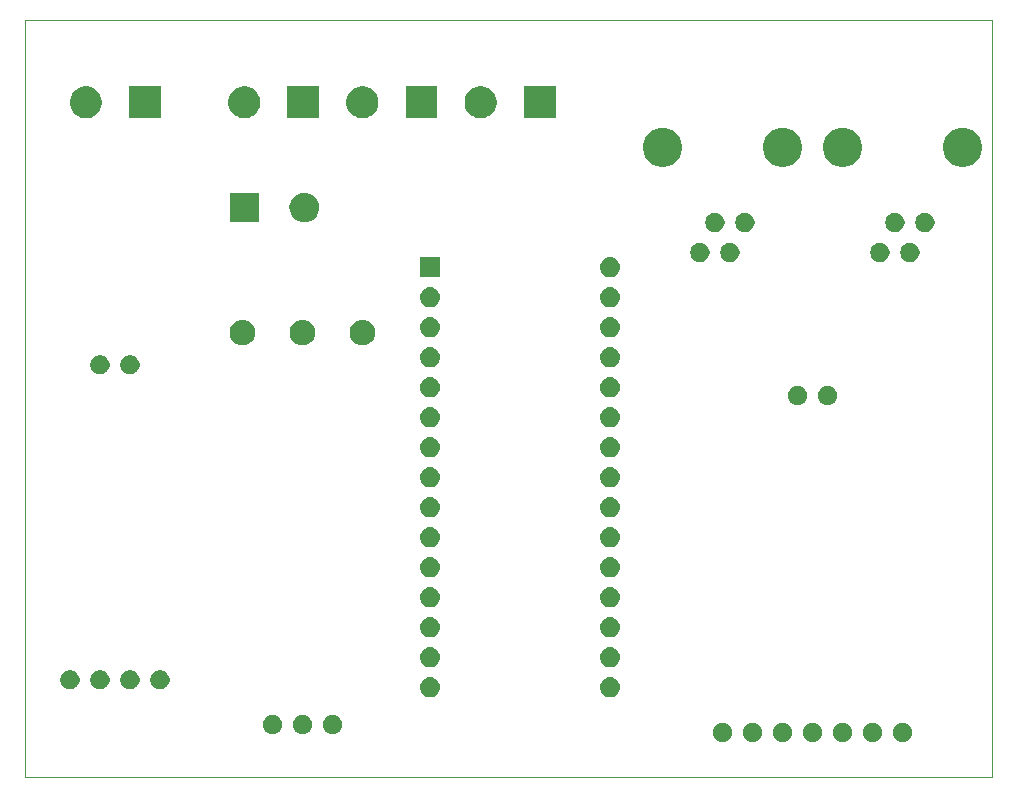
<source format=gts>
G04 #@! TF.GenerationSoftware,KiCad,Pcbnew,5.1.0-060a0da~80~ubuntu18.04.1*
G04 #@! TF.CreationDate,2019-04-09T01:33:59+03:00*
G04 #@! TF.ProjectId,Borjomi,426f726a-6f6d-4692-9e6b-696361645f70,w01*
G04 #@! TF.SameCoordinates,Original*
G04 #@! TF.FileFunction,Soldermask,Top*
G04 #@! TF.FilePolarity,Negative*
%FSLAX46Y46*%
G04 Gerber Fmt 4.6, Leading zero omitted, Abs format (unit mm)*
G04 Created by KiCad (PCBNEW 5.1.0-060a0da~80~ubuntu18.04.1) date 2019-04-09 01:33:59*
%MOMM*%
%LPD*%
G04 APERTURE LIST*
%ADD10C,0.120000*%
%ADD11C,0.150000*%
G04 APERTURE END LIST*
D10*
X48895000Y-99060000D02*
X48895000Y-34925000D01*
X130810000Y-99060000D02*
X48895000Y-99060000D01*
X130810000Y-34925000D02*
X130810000Y-99060000D01*
X48895000Y-34925000D02*
X130810000Y-34925000D01*
D11*
G36*
X108187142Y-94468242D02*
G01*
X108335101Y-94529529D01*
X108468255Y-94618499D01*
X108581501Y-94731745D01*
X108670471Y-94864899D01*
X108731758Y-95012858D01*
X108763000Y-95169925D01*
X108763000Y-95330075D01*
X108731758Y-95487142D01*
X108670471Y-95635101D01*
X108581501Y-95768255D01*
X108468255Y-95881501D01*
X108335101Y-95970471D01*
X108187142Y-96031758D01*
X108030075Y-96063000D01*
X107869925Y-96063000D01*
X107712858Y-96031758D01*
X107564899Y-95970471D01*
X107431745Y-95881501D01*
X107318499Y-95768255D01*
X107229529Y-95635101D01*
X107168242Y-95487142D01*
X107137000Y-95330075D01*
X107137000Y-95169925D01*
X107168242Y-95012858D01*
X107229529Y-94864899D01*
X107318499Y-94731745D01*
X107431745Y-94618499D01*
X107564899Y-94529529D01*
X107712858Y-94468242D01*
X107869925Y-94437000D01*
X108030075Y-94437000D01*
X108187142Y-94468242D01*
X108187142Y-94468242D01*
G37*
G36*
X120887142Y-94468242D02*
G01*
X121035101Y-94529529D01*
X121168255Y-94618499D01*
X121281501Y-94731745D01*
X121370471Y-94864899D01*
X121431758Y-95012858D01*
X121463000Y-95169925D01*
X121463000Y-95330075D01*
X121431758Y-95487142D01*
X121370471Y-95635101D01*
X121281501Y-95768255D01*
X121168255Y-95881501D01*
X121035101Y-95970471D01*
X120887142Y-96031758D01*
X120730075Y-96063000D01*
X120569925Y-96063000D01*
X120412858Y-96031758D01*
X120264899Y-95970471D01*
X120131745Y-95881501D01*
X120018499Y-95768255D01*
X119929529Y-95635101D01*
X119868242Y-95487142D01*
X119837000Y-95330075D01*
X119837000Y-95169925D01*
X119868242Y-95012858D01*
X119929529Y-94864899D01*
X120018499Y-94731745D01*
X120131745Y-94618499D01*
X120264899Y-94529529D01*
X120412858Y-94468242D01*
X120569925Y-94437000D01*
X120730075Y-94437000D01*
X120887142Y-94468242D01*
X120887142Y-94468242D01*
G37*
G36*
X118347142Y-94468242D02*
G01*
X118495101Y-94529529D01*
X118628255Y-94618499D01*
X118741501Y-94731745D01*
X118830471Y-94864899D01*
X118891758Y-95012858D01*
X118923000Y-95169925D01*
X118923000Y-95330075D01*
X118891758Y-95487142D01*
X118830471Y-95635101D01*
X118741501Y-95768255D01*
X118628255Y-95881501D01*
X118495101Y-95970471D01*
X118347142Y-96031758D01*
X118190075Y-96063000D01*
X118029925Y-96063000D01*
X117872858Y-96031758D01*
X117724899Y-95970471D01*
X117591745Y-95881501D01*
X117478499Y-95768255D01*
X117389529Y-95635101D01*
X117328242Y-95487142D01*
X117297000Y-95330075D01*
X117297000Y-95169925D01*
X117328242Y-95012858D01*
X117389529Y-94864899D01*
X117478499Y-94731745D01*
X117591745Y-94618499D01*
X117724899Y-94529529D01*
X117872858Y-94468242D01*
X118029925Y-94437000D01*
X118190075Y-94437000D01*
X118347142Y-94468242D01*
X118347142Y-94468242D01*
G37*
G36*
X123427142Y-94468242D02*
G01*
X123575101Y-94529529D01*
X123708255Y-94618499D01*
X123821501Y-94731745D01*
X123910471Y-94864899D01*
X123971758Y-95012858D01*
X124003000Y-95169925D01*
X124003000Y-95330075D01*
X123971758Y-95487142D01*
X123910471Y-95635101D01*
X123821501Y-95768255D01*
X123708255Y-95881501D01*
X123575101Y-95970471D01*
X123427142Y-96031758D01*
X123270075Y-96063000D01*
X123109925Y-96063000D01*
X122952858Y-96031758D01*
X122804899Y-95970471D01*
X122671745Y-95881501D01*
X122558499Y-95768255D01*
X122469529Y-95635101D01*
X122408242Y-95487142D01*
X122377000Y-95330075D01*
X122377000Y-95169925D01*
X122408242Y-95012858D01*
X122469529Y-94864899D01*
X122558499Y-94731745D01*
X122671745Y-94618499D01*
X122804899Y-94529529D01*
X122952858Y-94468242D01*
X123109925Y-94437000D01*
X123270075Y-94437000D01*
X123427142Y-94468242D01*
X123427142Y-94468242D01*
G37*
G36*
X113267142Y-94468242D02*
G01*
X113415101Y-94529529D01*
X113548255Y-94618499D01*
X113661501Y-94731745D01*
X113750471Y-94864899D01*
X113811758Y-95012858D01*
X113843000Y-95169925D01*
X113843000Y-95330075D01*
X113811758Y-95487142D01*
X113750471Y-95635101D01*
X113661501Y-95768255D01*
X113548255Y-95881501D01*
X113415101Y-95970471D01*
X113267142Y-96031758D01*
X113110075Y-96063000D01*
X112949925Y-96063000D01*
X112792858Y-96031758D01*
X112644899Y-95970471D01*
X112511745Y-95881501D01*
X112398499Y-95768255D01*
X112309529Y-95635101D01*
X112248242Y-95487142D01*
X112217000Y-95330075D01*
X112217000Y-95169925D01*
X112248242Y-95012858D01*
X112309529Y-94864899D01*
X112398499Y-94731745D01*
X112511745Y-94618499D01*
X112644899Y-94529529D01*
X112792858Y-94468242D01*
X112949925Y-94437000D01*
X113110075Y-94437000D01*
X113267142Y-94468242D01*
X113267142Y-94468242D01*
G37*
G36*
X115807142Y-94468242D02*
G01*
X115955101Y-94529529D01*
X116088255Y-94618499D01*
X116201501Y-94731745D01*
X116290471Y-94864899D01*
X116351758Y-95012858D01*
X116383000Y-95169925D01*
X116383000Y-95330075D01*
X116351758Y-95487142D01*
X116290471Y-95635101D01*
X116201501Y-95768255D01*
X116088255Y-95881501D01*
X115955101Y-95970471D01*
X115807142Y-96031758D01*
X115650075Y-96063000D01*
X115489925Y-96063000D01*
X115332858Y-96031758D01*
X115184899Y-95970471D01*
X115051745Y-95881501D01*
X114938499Y-95768255D01*
X114849529Y-95635101D01*
X114788242Y-95487142D01*
X114757000Y-95330075D01*
X114757000Y-95169925D01*
X114788242Y-95012858D01*
X114849529Y-94864899D01*
X114938499Y-94731745D01*
X115051745Y-94618499D01*
X115184899Y-94529529D01*
X115332858Y-94468242D01*
X115489925Y-94437000D01*
X115650075Y-94437000D01*
X115807142Y-94468242D01*
X115807142Y-94468242D01*
G37*
G36*
X110727142Y-94468242D02*
G01*
X110875101Y-94529529D01*
X111008255Y-94618499D01*
X111121501Y-94731745D01*
X111210471Y-94864899D01*
X111271758Y-95012858D01*
X111303000Y-95169925D01*
X111303000Y-95330075D01*
X111271758Y-95487142D01*
X111210471Y-95635101D01*
X111121501Y-95768255D01*
X111008255Y-95881501D01*
X110875101Y-95970471D01*
X110727142Y-96031758D01*
X110570075Y-96063000D01*
X110409925Y-96063000D01*
X110252858Y-96031758D01*
X110104899Y-95970471D01*
X109971745Y-95881501D01*
X109858499Y-95768255D01*
X109769529Y-95635101D01*
X109708242Y-95487142D01*
X109677000Y-95330075D01*
X109677000Y-95169925D01*
X109708242Y-95012858D01*
X109769529Y-94864899D01*
X109858499Y-94731745D01*
X109971745Y-94618499D01*
X110104899Y-94529529D01*
X110252858Y-94468242D01*
X110409925Y-94437000D01*
X110570075Y-94437000D01*
X110727142Y-94468242D01*
X110727142Y-94468242D01*
G37*
G36*
X75167142Y-93818242D02*
G01*
X75315101Y-93879529D01*
X75448255Y-93968499D01*
X75561501Y-94081745D01*
X75650471Y-94214899D01*
X75711758Y-94362858D01*
X75743000Y-94519925D01*
X75743000Y-94680075D01*
X75711758Y-94837142D01*
X75650471Y-94985101D01*
X75561501Y-95118255D01*
X75448255Y-95231501D01*
X75315101Y-95320471D01*
X75167142Y-95381758D01*
X75010075Y-95413000D01*
X74849925Y-95413000D01*
X74692858Y-95381758D01*
X74544899Y-95320471D01*
X74411745Y-95231501D01*
X74298499Y-95118255D01*
X74209529Y-94985101D01*
X74148242Y-94837142D01*
X74117000Y-94680075D01*
X74117000Y-94519925D01*
X74148242Y-94362858D01*
X74209529Y-94214899D01*
X74298499Y-94081745D01*
X74411745Y-93968499D01*
X74544899Y-93879529D01*
X74692858Y-93818242D01*
X74849925Y-93787000D01*
X75010075Y-93787000D01*
X75167142Y-93818242D01*
X75167142Y-93818242D01*
G37*
G36*
X72627142Y-93818242D02*
G01*
X72775101Y-93879529D01*
X72908255Y-93968499D01*
X73021501Y-94081745D01*
X73110471Y-94214899D01*
X73171758Y-94362858D01*
X73203000Y-94519925D01*
X73203000Y-94680075D01*
X73171758Y-94837142D01*
X73110471Y-94985101D01*
X73021501Y-95118255D01*
X72908255Y-95231501D01*
X72775101Y-95320471D01*
X72627142Y-95381758D01*
X72470075Y-95413000D01*
X72309925Y-95413000D01*
X72152858Y-95381758D01*
X72004899Y-95320471D01*
X71871745Y-95231501D01*
X71758499Y-95118255D01*
X71669529Y-94985101D01*
X71608242Y-94837142D01*
X71577000Y-94680075D01*
X71577000Y-94519925D01*
X71608242Y-94362858D01*
X71669529Y-94214899D01*
X71758499Y-94081745D01*
X71871745Y-93968499D01*
X72004899Y-93879529D01*
X72152858Y-93818242D01*
X72309925Y-93787000D01*
X72470075Y-93787000D01*
X72627142Y-93818242D01*
X72627142Y-93818242D01*
G37*
G36*
X70087142Y-93818242D02*
G01*
X70235101Y-93879529D01*
X70368255Y-93968499D01*
X70481501Y-94081745D01*
X70570471Y-94214899D01*
X70631758Y-94362858D01*
X70663000Y-94519925D01*
X70663000Y-94680075D01*
X70631758Y-94837142D01*
X70570471Y-94985101D01*
X70481501Y-95118255D01*
X70368255Y-95231501D01*
X70235101Y-95320471D01*
X70087142Y-95381758D01*
X69930075Y-95413000D01*
X69769925Y-95413000D01*
X69612858Y-95381758D01*
X69464899Y-95320471D01*
X69331745Y-95231501D01*
X69218499Y-95118255D01*
X69129529Y-94985101D01*
X69068242Y-94837142D01*
X69037000Y-94680075D01*
X69037000Y-94519925D01*
X69068242Y-94362858D01*
X69129529Y-94214899D01*
X69218499Y-94081745D01*
X69331745Y-93968499D01*
X69464899Y-93879529D01*
X69612858Y-93818242D01*
X69769925Y-93787000D01*
X69930075Y-93787000D01*
X70087142Y-93818242D01*
X70087142Y-93818242D01*
G37*
G36*
X83351823Y-90601313D02*
G01*
X83512242Y-90649976D01*
X83644906Y-90720886D01*
X83660078Y-90728996D01*
X83789659Y-90835341D01*
X83896004Y-90964922D01*
X83896005Y-90964924D01*
X83975024Y-91112758D01*
X84023687Y-91273177D01*
X84040117Y-91440000D01*
X84023687Y-91606823D01*
X83975024Y-91767242D01*
X83904114Y-91899906D01*
X83896004Y-91915078D01*
X83789659Y-92044659D01*
X83660078Y-92151004D01*
X83660076Y-92151005D01*
X83512242Y-92230024D01*
X83351823Y-92278687D01*
X83226804Y-92291000D01*
X83143196Y-92291000D01*
X83018177Y-92278687D01*
X82857758Y-92230024D01*
X82709924Y-92151005D01*
X82709922Y-92151004D01*
X82580341Y-92044659D01*
X82473996Y-91915078D01*
X82465886Y-91899906D01*
X82394976Y-91767242D01*
X82346313Y-91606823D01*
X82329883Y-91440000D01*
X82346313Y-91273177D01*
X82394976Y-91112758D01*
X82473995Y-90964924D01*
X82473996Y-90964922D01*
X82580341Y-90835341D01*
X82709922Y-90728996D01*
X82725094Y-90720886D01*
X82857758Y-90649976D01*
X83018177Y-90601313D01*
X83143196Y-90589000D01*
X83226804Y-90589000D01*
X83351823Y-90601313D01*
X83351823Y-90601313D01*
G37*
G36*
X98591823Y-90601313D02*
G01*
X98752242Y-90649976D01*
X98884906Y-90720886D01*
X98900078Y-90728996D01*
X99029659Y-90835341D01*
X99136004Y-90964922D01*
X99136005Y-90964924D01*
X99215024Y-91112758D01*
X99263687Y-91273177D01*
X99280117Y-91440000D01*
X99263687Y-91606823D01*
X99215024Y-91767242D01*
X99144114Y-91899906D01*
X99136004Y-91915078D01*
X99029659Y-92044659D01*
X98900078Y-92151004D01*
X98900076Y-92151005D01*
X98752242Y-92230024D01*
X98591823Y-92278687D01*
X98466804Y-92291000D01*
X98383196Y-92291000D01*
X98258177Y-92278687D01*
X98097758Y-92230024D01*
X97949924Y-92151005D01*
X97949922Y-92151004D01*
X97820341Y-92044659D01*
X97713996Y-91915078D01*
X97705886Y-91899906D01*
X97634976Y-91767242D01*
X97586313Y-91606823D01*
X97569883Y-91440000D01*
X97586313Y-91273177D01*
X97634976Y-91112758D01*
X97713995Y-90964924D01*
X97713996Y-90964922D01*
X97820341Y-90835341D01*
X97949922Y-90728996D01*
X97965094Y-90720886D01*
X98097758Y-90649976D01*
X98258177Y-90601313D01*
X98383196Y-90589000D01*
X98466804Y-90589000D01*
X98591823Y-90601313D01*
X98591823Y-90601313D01*
G37*
G36*
X60562142Y-90023242D02*
G01*
X60710101Y-90084529D01*
X60843255Y-90173499D01*
X60956501Y-90286745D01*
X61045471Y-90419899D01*
X61106758Y-90567858D01*
X61138000Y-90724925D01*
X61138000Y-90885075D01*
X61106758Y-91042142D01*
X61045471Y-91190101D01*
X60956501Y-91323255D01*
X60843255Y-91436501D01*
X60710101Y-91525471D01*
X60562142Y-91586758D01*
X60405075Y-91618000D01*
X60244925Y-91618000D01*
X60087858Y-91586758D01*
X59939899Y-91525471D01*
X59806745Y-91436501D01*
X59693499Y-91323255D01*
X59604529Y-91190101D01*
X59543242Y-91042142D01*
X59512000Y-90885075D01*
X59512000Y-90724925D01*
X59543242Y-90567858D01*
X59604529Y-90419899D01*
X59693499Y-90286745D01*
X59806745Y-90173499D01*
X59939899Y-90084529D01*
X60087858Y-90023242D01*
X60244925Y-89992000D01*
X60405075Y-89992000D01*
X60562142Y-90023242D01*
X60562142Y-90023242D01*
G37*
G36*
X58022142Y-90023242D02*
G01*
X58170101Y-90084529D01*
X58303255Y-90173499D01*
X58416501Y-90286745D01*
X58505471Y-90419899D01*
X58566758Y-90567858D01*
X58598000Y-90724925D01*
X58598000Y-90885075D01*
X58566758Y-91042142D01*
X58505471Y-91190101D01*
X58416501Y-91323255D01*
X58303255Y-91436501D01*
X58170101Y-91525471D01*
X58022142Y-91586758D01*
X57865075Y-91618000D01*
X57704925Y-91618000D01*
X57547858Y-91586758D01*
X57399899Y-91525471D01*
X57266745Y-91436501D01*
X57153499Y-91323255D01*
X57064529Y-91190101D01*
X57003242Y-91042142D01*
X56972000Y-90885075D01*
X56972000Y-90724925D01*
X57003242Y-90567858D01*
X57064529Y-90419899D01*
X57153499Y-90286745D01*
X57266745Y-90173499D01*
X57399899Y-90084529D01*
X57547858Y-90023242D01*
X57704925Y-89992000D01*
X57865075Y-89992000D01*
X58022142Y-90023242D01*
X58022142Y-90023242D01*
G37*
G36*
X55482142Y-90023242D02*
G01*
X55630101Y-90084529D01*
X55763255Y-90173499D01*
X55876501Y-90286745D01*
X55965471Y-90419899D01*
X56026758Y-90567858D01*
X56058000Y-90724925D01*
X56058000Y-90885075D01*
X56026758Y-91042142D01*
X55965471Y-91190101D01*
X55876501Y-91323255D01*
X55763255Y-91436501D01*
X55630101Y-91525471D01*
X55482142Y-91586758D01*
X55325075Y-91618000D01*
X55164925Y-91618000D01*
X55007858Y-91586758D01*
X54859899Y-91525471D01*
X54726745Y-91436501D01*
X54613499Y-91323255D01*
X54524529Y-91190101D01*
X54463242Y-91042142D01*
X54432000Y-90885075D01*
X54432000Y-90724925D01*
X54463242Y-90567858D01*
X54524529Y-90419899D01*
X54613499Y-90286745D01*
X54726745Y-90173499D01*
X54859899Y-90084529D01*
X55007858Y-90023242D01*
X55164925Y-89992000D01*
X55325075Y-89992000D01*
X55482142Y-90023242D01*
X55482142Y-90023242D01*
G37*
G36*
X52942142Y-90023242D02*
G01*
X53090101Y-90084529D01*
X53223255Y-90173499D01*
X53336501Y-90286745D01*
X53425471Y-90419899D01*
X53486758Y-90567858D01*
X53518000Y-90724925D01*
X53518000Y-90885075D01*
X53486758Y-91042142D01*
X53425471Y-91190101D01*
X53336501Y-91323255D01*
X53223255Y-91436501D01*
X53090101Y-91525471D01*
X52942142Y-91586758D01*
X52785075Y-91618000D01*
X52624925Y-91618000D01*
X52467858Y-91586758D01*
X52319899Y-91525471D01*
X52186745Y-91436501D01*
X52073499Y-91323255D01*
X51984529Y-91190101D01*
X51923242Y-91042142D01*
X51892000Y-90885075D01*
X51892000Y-90724925D01*
X51923242Y-90567858D01*
X51984529Y-90419899D01*
X52073499Y-90286745D01*
X52186745Y-90173499D01*
X52319899Y-90084529D01*
X52467858Y-90023242D01*
X52624925Y-89992000D01*
X52785075Y-89992000D01*
X52942142Y-90023242D01*
X52942142Y-90023242D01*
G37*
G36*
X98591823Y-88061313D02*
G01*
X98752242Y-88109976D01*
X98884906Y-88180886D01*
X98900078Y-88188996D01*
X99029659Y-88295341D01*
X99136004Y-88424922D01*
X99136005Y-88424924D01*
X99215024Y-88572758D01*
X99263687Y-88733177D01*
X99280117Y-88900000D01*
X99263687Y-89066823D01*
X99215024Y-89227242D01*
X99144114Y-89359906D01*
X99136004Y-89375078D01*
X99029659Y-89504659D01*
X98900078Y-89611004D01*
X98900076Y-89611005D01*
X98752242Y-89690024D01*
X98591823Y-89738687D01*
X98466804Y-89751000D01*
X98383196Y-89751000D01*
X98258177Y-89738687D01*
X98097758Y-89690024D01*
X97949924Y-89611005D01*
X97949922Y-89611004D01*
X97820341Y-89504659D01*
X97713996Y-89375078D01*
X97705886Y-89359906D01*
X97634976Y-89227242D01*
X97586313Y-89066823D01*
X97569883Y-88900000D01*
X97586313Y-88733177D01*
X97634976Y-88572758D01*
X97713995Y-88424924D01*
X97713996Y-88424922D01*
X97820341Y-88295341D01*
X97949922Y-88188996D01*
X97965094Y-88180886D01*
X98097758Y-88109976D01*
X98258177Y-88061313D01*
X98383196Y-88049000D01*
X98466804Y-88049000D01*
X98591823Y-88061313D01*
X98591823Y-88061313D01*
G37*
G36*
X83351823Y-88061313D02*
G01*
X83512242Y-88109976D01*
X83644906Y-88180886D01*
X83660078Y-88188996D01*
X83789659Y-88295341D01*
X83896004Y-88424922D01*
X83896005Y-88424924D01*
X83975024Y-88572758D01*
X84023687Y-88733177D01*
X84040117Y-88900000D01*
X84023687Y-89066823D01*
X83975024Y-89227242D01*
X83904114Y-89359906D01*
X83896004Y-89375078D01*
X83789659Y-89504659D01*
X83660078Y-89611004D01*
X83660076Y-89611005D01*
X83512242Y-89690024D01*
X83351823Y-89738687D01*
X83226804Y-89751000D01*
X83143196Y-89751000D01*
X83018177Y-89738687D01*
X82857758Y-89690024D01*
X82709924Y-89611005D01*
X82709922Y-89611004D01*
X82580341Y-89504659D01*
X82473996Y-89375078D01*
X82465886Y-89359906D01*
X82394976Y-89227242D01*
X82346313Y-89066823D01*
X82329883Y-88900000D01*
X82346313Y-88733177D01*
X82394976Y-88572758D01*
X82473995Y-88424924D01*
X82473996Y-88424922D01*
X82580341Y-88295341D01*
X82709922Y-88188996D01*
X82725094Y-88180886D01*
X82857758Y-88109976D01*
X83018177Y-88061313D01*
X83143196Y-88049000D01*
X83226804Y-88049000D01*
X83351823Y-88061313D01*
X83351823Y-88061313D01*
G37*
G36*
X98591823Y-85521313D02*
G01*
X98752242Y-85569976D01*
X98884906Y-85640886D01*
X98900078Y-85648996D01*
X99029659Y-85755341D01*
X99136004Y-85884922D01*
X99136005Y-85884924D01*
X99215024Y-86032758D01*
X99263687Y-86193177D01*
X99280117Y-86360000D01*
X99263687Y-86526823D01*
X99215024Y-86687242D01*
X99144114Y-86819906D01*
X99136004Y-86835078D01*
X99029659Y-86964659D01*
X98900078Y-87071004D01*
X98900076Y-87071005D01*
X98752242Y-87150024D01*
X98591823Y-87198687D01*
X98466804Y-87211000D01*
X98383196Y-87211000D01*
X98258177Y-87198687D01*
X98097758Y-87150024D01*
X97949924Y-87071005D01*
X97949922Y-87071004D01*
X97820341Y-86964659D01*
X97713996Y-86835078D01*
X97705886Y-86819906D01*
X97634976Y-86687242D01*
X97586313Y-86526823D01*
X97569883Y-86360000D01*
X97586313Y-86193177D01*
X97634976Y-86032758D01*
X97713995Y-85884924D01*
X97713996Y-85884922D01*
X97820341Y-85755341D01*
X97949922Y-85648996D01*
X97965094Y-85640886D01*
X98097758Y-85569976D01*
X98258177Y-85521313D01*
X98383196Y-85509000D01*
X98466804Y-85509000D01*
X98591823Y-85521313D01*
X98591823Y-85521313D01*
G37*
G36*
X83351823Y-85521313D02*
G01*
X83512242Y-85569976D01*
X83644906Y-85640886D01*
X83660078Y-85648996D01*
X83789659Y-85755341D01*
X83896004Y-85884922D01*
X83896005Y-85884924D01*
X83975024Y-86032758D01*
X84023687Y-86193177D01*
X84040117Y-86360000D01*
X84023687Y-86526823D01*
X83975024Y-86687242D01*
X83904114Y-86819906D01*
X83896004Y-86835078D01*
X83789659Y-86964659D01*
X83660078Y-87071004D01*
X83660076Y-87071005D01*
X83512242Y-87150024D01*
X83351823Y-87198687D01*
X83226804Y-87211000D01*
X83143196Y-87211000D01*
X83018177Y-87198687D01*
X82857758Y-87150024D01*
X82709924Y-87071005D01*
X82709922Y-87071004D01*
X82580341Y-86964659D01*
X82473996Y-86835078D01*
X82465886Y-86819906D01*
X82394976Y-86687242D01*
X82346313Y-86526823D01*
X82329883Y-86360000D01*
X82346313Y-86193177D01*
X82394976Y-86032758D01*
X82473995Y-85884924D01*
X82473996Y-85884922D01*
X82580341Y-85755341D01*
X82709922Y-85648996D01*
X82725094Y-85640886D01*
X82857758Y-85569976D01*
X83018177Y-85521313D01*
X83143196Y-85509000D01*
X83226804Y-85509000D01*
X83351823Y-85521313D01*
X83351823Y-85521313D01*
G37*
G36*
X98591823Y-82981313D02*
G01*
X98752242Y-83029976D01*
X98884906Y-83100886D01*
X98900078Y-83108996D01*
X99029659Y-83215341D01*
X99136004Y-83344922D01*
X99136005Y-83344924D01*
X99215024Y-83492758D01*
X99263687Y-83653177D01*
X99280117Y-83820000D01*
X99263687Y-83986823D01*
X99215024Y-84147242D01*
X99144114Y-84279906D01*
X99136004Y-84295078D01*
X99029659Y-84424659D01*
X98900078Y-84531004D01*
X98900076Y-84531005D01*
X98752242Y-84610024D01*
X98591823Y-84658687D01*
X98466804Y-84671000D01*
X98383196Y-84671000D01*
X98258177Y-84658687D01*
X98097758Y-84610024D01*
X97949924Y-84531005D01*
X97949922Y-84531004D01*
X97820341Y-84424659D01*
X97713996Y-84295078D01*
X97705886Y-84279906D01*
X97634976Y-84147242D01*
X97586313Y-83986823D01*
X97569883Y-83820000D01*
X97586313Y-83653177D01*
X97634976Y-83492758D01*
X97713995Y-83344924D01*
X97713996Y-83344922D01*
X97820341Y-83215341D01*
X97949922Y-83108996D01*
X97965094Y-83100886D01*
X98097758Y-83029976D01*
X98258177Y-82981313D01*
X98383196Y-82969000D01*
X98466804Y-82969000D01*
X98591823Y-82981313D01*
X98591823Y-82981313D01*
G37*
G36*
X83351823Y-82981313D02*
G01*
X83512242Y-83029976D01*
X83644906Y-83100886D01*
X83660078Y-83108996D01*
X83789659Y-83215341D01*
X83896004Y-83344922D01*
X83896005Y-83344924D01*
X83975024Y-83492758D01*
X84023687Y-83653177D01*
X84040117Y-83820000D01*
X84023687Y-83986823D01*
X83975024Y-84147242D01*
X83904114Y-84279906D01*
X83896004Y-84295078D01*
X83789659Y-84424659D01*
X83660078Y-84531004D01*
X83660076Y-84531005D01*
X83512242Y-84610024D01*
X83351823Y-84658687D01*
X83226804Y-84671000D01*
X83143196Y-84671000D01*
X83018177Y-84658687D01*
X82857758Y-84610024D01*
X82709924Y-84531005D01*
X82709922Y-84531004D01*
X82580341Y-84424659D01*
X82473996Y-84295078D01*
X82465886Y-84279906D01*
X82394976Y-84147242D01*
X82346313Y-83986823D01*
X82329883Y-83820000D01*
X82346313Y-83653177D01*
X82394976Y-83492758D01*
X82473995Y-83344924D01*
X82473996Y-83344922D01*
X82580341Y-83215341D01*
X82709922Y-83108996D01*
X82725094Y-83100886D01*
X82857758Y-83029976D01*
X83018177Y-82981313D01*
X83143196Y-82969000D01*
X83226804Y-82969000D01*
X83351823Y-82981313D01*
X83351823Y-82981313D01*
G37*
G36*
X83351823Y-80441313D02*
G01*
X83512242Y-80489976D01*
X83644906Y-80560886D01*
X83660078Y-80568996D01*
X83789659Y-80675341D01*
X83896004Y-80804922D01*
X83896005Y-80804924D01*
X83975024Y-80952758D01*
X84023687Y-81113177D01*
X84040117Y-81280000D01*
X84023687Y-81446823D01*
X83975024Y-81607242D01*
X83904114Y-81739906D01*
X83896004Y-81755078D01*
X83789659Y-81884659D01*
X83660078Y-81991004D01*
X83660076Y-81991005D01*
X83512242Y-82070024D01*
X83351823Y-82118687D01*
X83226804Y-82131000D01*
X83143196Y-82131000D01*
X83018177Y-82118687D01*
X82857758Y-82070024D01*
X82709924Y-81991005D01*
X82709922Y-81991004D01*
X82580341Y-81884659D01*
X82473996Y-81755078D01*
X82465886Y-81739906D01*
X82394976Y-81607242D01*
X82346313Y-81446823D01*
X82329883Y-81280000D01*
X82346313Y-81113177D01*
X82394976Y-80952758D01*
X82473995Y-80804924D01*
X82473996Y-80804922D01*
X82580341Y-80675341D01*
X82709922Y-80568996D01*
X82725094Y-80560886D01*
X82857758Y-80489976D01*
X83018177Y-80441313D01*
X83143196Y-80429000D01*
X83226804Y-80429000D01*
X83351823Y-80441313D01*
X83351823Y-80441313D01*
G37*
G36*
X98591823Y-80441313D02*
G01*
X98752242Y-80489976D01*
X98884906Y-80560886D01*
X98900078Y-80568996D01*
X99029659Y-80675341D01*
X99136004Y-80804922D01*
X99136005Y-80804924D01*
X99215024Y-80952758D01*
X99263687Y-81113177D01*
X99280117Y-81280000D01*
X99263687Y-81446823D01*
X99215024Y-81607242D01*
X99144114Y-81739906D01*
X99136004Y-81755078D01*
X99029659Y-81884659D01*
X98900078Y-81991004D01*
X98900076Y-81991005D01*
X98752242Y-82070024D01*
X98591823Y-82118687D01*
X98466804Y-82131000D01*
X98383196Y-82131000D01*
X98258177Y-82118687D01*
X98097758Y-82070024D01*
X97949924Y-81991005D01*
X97949922Y-81991004D01*
X97820341Y-81884659D01*
X97713996Y-81755078D01*
X97705886Y-81739906D01*
X97634976Y-81607242D01*
X97586313Y-81446823D01*
X97569883Y-81280000D01*
X97586313Y-81113177D01*
X97634976Y-80952758D01*
X97713995Y-80804924D01*
X97713996Y-80804922D01*
X97820341Y-80675341D01*
X97949922Y-80568996D01*
X97965094Y-80560886D01*
X98097758Y-80489976D01*
X98258177Y-80441313D01*
X98383196Y-80429000D01*
X98466804Y-80429000D01*
X98591823Y-80441313D01*
X98591823Y-80441313D01*
G37*
G36*
X83351823Y-77901313D02*
G01*
X83512242Y-77949976D01*
X83644906Y-78020886D01*
X83660078Y-78028996D01*
X83789659Y-78135341D01*
X83896004Y-78264922D01*
X83896005Y-78264924D01*
X83975024Y-78412758D01*
X84023687Y-78573177D01*
X84040117Y-78740000D01*
X84023687Y-78906823D01*
X83975024Y-79067242D01*
X83904114Y-79199906D01*
X83896004Y-79215078D01*
X83789659Y-79344659D01*
X83660078Y-79451004D01*
X83660076Y-79451005D01*
X83512242Y-79530024D01*
X83351823Y-79578687D01*
X83226804Y-79591000D01*
X83143196Y-79591000D01*
X83018177Y-79578687D01*
X82857758Y-79530024D01*
X82709924Y-79451005D01*
X82709922Y-79451004D01*
X82580341Y-79344659D01*
X82473996Y-79215078D01*
X82465886Y-79199906D01*
X82394976Y-79067242D01*
X82346313Y-78906823D01*
X82329883Y-78740000D01*
X82346313Y-78573177D01*
X82394976Y-78412758D01*
X82473995Y-78264924D01*
X82473996Y-78264922D01*
X82580341Y-78135341D01*
X82709922Y-78028996D01*
X82725094Y-78020886D01*
X82857758Y-77949976D01*
X83018177Y-77901313D01*
X83143196Y-77889000D01*
X83226804Y-77889000D01*
X83351823Y-77901313D01*
X83351823Y-77901313D01*
G37*
G36*
X98591823Y-77901313D02*
G01*
X98752242Y-77949976D01*
X98884906Y-78020886D01*
X98900078Y-78028996D01*
X99029659Y-78135341D01*
X99136004Y-78264922D01*
X99136005Y-78264924D01*
X99215024Y-78412758D01*
X99263687Y-78573177D01*
X99280117Y-78740000D01*
X99263687Y-78906823D01*
X99215024Y-79067242D01*
X99144114Y-79199906D01*
X99136004Y-79215078D01*
X99029659Y-79344659D01*
X98900078Y-79451004D01*
X98900076Y-79451005D01*
X98752242Y-79530024D01*
X98591823Y-79578687D01*
X98466804Y-79591000D01*
X98383196Y-79591000D01*
X98258177Y-79578687D01*
X98097758Y-79530024D01*
X97949924Y-79451005D01*
X97949922Y-79451004D01*
X97820341Y-79344659D01*
X97713996Y-79215078D01*
X97705886Y-79199906D01*
X97634976Y-79067242D01*
X97586313Y-78906823D01*
X97569883Y-78740000D01*
X97586313Y-78573177D01*
X97634976Y-78412758D01*
X97713995Y-78264924D01*
X97713996Y-78264922D01*
X97820341Y-78135341D01*
X97949922Y-78028996D01*
X97965094Y-78020886D01*
X98097758Y-77949976D01*
X98258177Y-77901313D01*
X98383196Y-77889000D01*
X98466804Y-77889000D01*
X98591823Y-77901313D01*
X98591823Y-77901313D01*
G37*
G36*
X83351823Y-75361313D02*
G01*
X83512242Y-75409976D01*
X83644906Y-75480886D01*
X83660078Y-75488996D01*
X83789659Y-75595341D01*
X83896004Y-75724922D01*
X83896005Y-75724924D01*
X83975024Y-75872758D01*
X84023687Y-76033177D01*
X84040117Y-76200000D01*
X84023687Y-76366823D01*
X83975024Y-76527242D01*
X83904114Y-76659906D01*
X83896004Y-76675078D01*
X83789659Y-76804659D01*
X83660078Y-76911004D01*
X83660076Y-76911005D01*
X83512242Y-76990024D01*
X83351823Y-77038687D01*
X83226804Y-77051000D01*
X83143196Y-77051000D01*
X83018177Y-77038687D01*
X82857758Y-76990024D01*
X82709924Y-76911005D01*
X82709922Y-76911004D01*
X82580341Y-76804659D01*
X82473996Y-76675078D01*
X82465886Y-76659906D01*
X82394976Y-76527242D01*
X82346313Y-76366823D01*
X82329883Y-76200000D01*
X82346313Y-76033177D01*
X82394976Y-75872758D01*
X82473995Y-75724924D01*
X82473996Y-75724922D01*
X82580341Y-75595341D01*
X82709922Y-75488996D01*
X82725094Y-75480886D01*
X82857758Y-75409976D01*
X83018177Y-75361313D01*
X83143196Y-75349000D01*
X83226804Y-75349000D01*
X83351823Y-75361313D01*
X83351823Y-75361313D01*
G37*
G36*
X98591823Y-75361313D02*
G01*
X98752242Y-75409976D01*
X98884906Y-75480886D01*
X98900078Y-75488996D01*
X99029659Y-75595341D01*
X99136004Y-75724922D01*
X99136005Y-75724924D01*
X99215024Y-75872758D01*
X99263687Y-76033177D01*
X99280117Y-76200000D01*
X99263687Y-76366823D01*
X99215024Y-76527242D01*
X99144114Y-76659906D01*
X99136004Y-76675078D01*
X99029659Y-76804659D01*
X98900078Y-76911004D01*
X98900076Y-76911005D01*
X98752242Y-76990024D01*
X98591823Y-77038687D01*
X98466804Y-77051000D01*
X98383196Y-77051000D01*
X98258177Y-77038687D01*
X98097758Y-76990024D01*
X97949924Y-76911005D01*
X97949922Y-76911004D01*
X97820341Y-76804659D01*
X97713996Y-76675078D01*
X97705886Y-76659906D01*
X97634976Y-76527242D01*
X97586313Y-76366823D01*
X97569883Y-76200000D01*
X97586313Y-76033177D01*
X97634976Y-75872758D01*
X97713995Y-75724924D01*
X97713996Y-75724922D01*
X97820341Y-75595341D01*
X97949922Y-75488996D01*
X97965094Y-75480886D01*
X98097758Y-75409976D01*
X98258177Y-75361313D01*
X98383196Y-75349000D01*
X98466804Y-75349000D01*
X98591823Y-75361313D01*
X98591823Y-75361313D01*
G37*
G36*
X83351823Y-72821313D02*
G01*
X83512242Y-72869976D01*
X83644906Y-72940886D01*
X83660078Y-72948996D01*
X83789659Y-73055341D01*
X83896004Y-73184922D01*
X83896005Y-73184924D01*
X83975024Y-73332758D01*
X84023687Y-73493177D01*
X84040117Y-73660000D01*
X84023687Y-73826823D01*
X83975024Y-73987242D01*
X83904114Y-74119906D01*
X83896004Y-74135078D01*
X83789659Y-74264659D01*
X83660078Y-74371004D01*
X83660076Y-74371005D01*
X83512242Y-74450024D01*
X83351823Y-74498687D01*
X83226804Y-74511000D01*
X83143196Y-74511000D01*
X83018177Y-74498687D01*
X82857758Y-74450024D01*
X82709924Y-74371005D01*
X82709922Y-74371004D01*
X82580341Y-74264659D01*
X82473996Y-74135078D01*
X82465886Y-74119906D01*
X82394976Y-73987242D01*
X82346313Y-73826823D01*
X82329883Y-73660000D01*
X82346313Y-73493177D01*
X82394976Y-73332758D01*
X82473995Y-73184924D01*
X82473996Y-73184922D01*
X82580341Y-73055341D01*
X82709922Y-72948996D01*
X82725094Y-72940886D01*
X82857758Y-72869976D01*
X83018177Y-72821313D01*
X83143196Y-72809000D01*
X83226804Y-72809000D01*
X83351823Y-72821313D01*
X83351823Y-72821313D01*
G37*
G36*
X98591823Y-72821313D02*
G01*
X98752242Y-72869976D01*
X98884906Y-72940886D01*
X98900078Y-72948996D01*
X99029659Y-73055341D01*
X99136004Y-73184922D01*
X99136005Y-73184924D01*
X99215024Y-73332758D01*
X99263687Y-73493177D01*
X99280117Y-73660000D01*
X99263687Y-73826823D01*
X99215024Y-73987242D01*
X99144114Y-74119906D01*
X99136004Y-74135078D01*
X99029659Y-74264659D01*
X98900078Y-74371004D01*
X98900076Y-74371005D01*
X98752242Y-74450024D01*
X98591823Y-74498687D01*
X98466804Y-74511000D01*
X98383196Y-74511000D01*
X98258177Y-74498687D01*
X98097758Y-74450024D01*
X97949924Y-74371005D01*
X97949922Y-74371004D01*
X97820341Y-74264659D01*
X97713996Y-74135078D01*
X97705886Y-74119906D01*
X97634976Y-73987242D01*
X97586313Y-73826823D01*
X97569883Y-73660000D01*
X97586313Y-73493177D01*
X97634976Y-73332758D01*
X97713995Y-73184924D01*
X97713996Y-73184922D01*
X97820341Y-73055341D01*
X97949922Y-72948996D01*
X97965094Y-72940886D01*
X98097758Y-72869976D01*
X98258177Y-72821313D01*
X98383196Y-72809000D01*
X98466804Y-72809000D01*
X98591823Y-72821313D01*
X98591823Y-72821313D01*
G37*
G36*
X98591823Y-70281313D02*
G01*
X98752242Y-70329976D01*
X98884906Y-70400886D01*
X98900078Y-70408996D01*
X99029659Y-70515341D01*
X99136004Y-70644922D01*
X99136005Y-70644924D01*
X99215024Y-70792758D01*
X99263687Y-70953177D01*
X99280117Y-71120000D01*
X99263687Y-71286823D01*
X99215024Y-71447242D01*
X99144114Y-71579906D01*
X99136004Y-71595078D01*
X99029659Y-71724659D01*
X98900078Y-71831004D01*
X98900076Y-71831005D01*
X98752242Y-71910024D01*
X98591823Y-71958687D01*
X98466804Y-71971000D01*
X98383196Y-71971000D01*
X98258177Y-71958687D01*
X98097758Y-71910024D01*
X97949924Y-71831005D01*
X97949922Y-71831004D01*
X97820341Y-71724659D01*
X97713996Y-71595078D01*
X97705886Y-71579906D01*
X97634976Y-71447242D01*
X97586313Y-71286823D01*
X97569883Y-71120000D01*
X97586313Y-70953177D01*
X97634976Y-70792758D01*
X97713995Y-70644924D01*
X97713996Y-70644922D01*
X97820341Y-70515341D01*
X97949922Y-70408996D01*
X97965094Y-70400886D01*
X98097758Y-70329976D01*
X98258177Y-70281313D01*
X98383196Y-70269000D01*
X98466804Y-70269000D01*
X98591823Y-70281313D01*
X98591823Y-70281313D01*
G37*
G36*
X83351823Y-70281313D02*
G01*
X83512242Y-70329976D01*
X83644906Y-70400886D01*
X83660078Y-70408996D01*
X83789659Y-70515341D01*
X83896004Y-70644922D01*
X83896005Y-70644924D01*
X83975024Y-70792758D01*
X84023687Y-70953177D01*
X84040117Y-71120000D01*
X84023687Y-71286823D01*
X83975024Y-71447242D01*
X83904114Y-71579906D01*
X83896004Y-71595078D01*
X83789659Y-71724659D01*
X83660078Y-71831004D01*
X83660076Y-71831005D01*
X83512242Y-71910024D01*
X83351823Y-71958687D01*
X83226804Y-71971000D01*
X83143196Y-71971000D01*
X83018177Y-71958687D01*
X82857758Y-71910024D01*
X82709924Y-71831005D01*
X82709922Y-71831004D01*
X82580341Y-71724659D01*
X82473996Y-71595078D01*
X82465886Y-71579906D01*
X82394976Y-71447242D01*
X82346313Y-71286823D01*
X82329883Y-71120000D01*
X82346313Y-70953177D01*
X82394976Y-70792758D01*
X82473995Y-70644924D01*
X82473996Y-70644922D01*
X82580341Y-70515341D01*
X82709922Y-70408996D01*
X82725094Y-70400886D01*
X82857758Y-70329976D01*
X83018177Y-70281313D01*
X83143196Y-70269000D01*
X83226804Y-70269000D01*
X83351823Y-70281313D01*
X83351823Y-70281313D01*
G37*
G36*
X98591823Y-67741313D02*
G01*
X98752242Y-67789976D01*
X98884906Y-67860886D01*
X98900078Y-67868996D01*
X99029659Y-67975341D01*
X99136004Y-68104922D01*
X99136005Y-68104924D01*
X99215024Y-68252758D01*
X99263687Y-68413177D01*
X99280117Y-68580000D01*
X99263687Y-68746823D01*
X99215024Y-68907242D01*
X99144114Y-69039906D01*
X99136004Y-69055078D01*
X99029659Y-69184659D01*
X98900078Y-69291004D01*
X98900076Y-69291005D01*
X98752242Y-69370024D01*
X98591823Y-69418687D01*
X98466804Y-69431000D01*
X98383196Y-69431000D01*
X98258177Y-69418687D01*
X98097758Y-69370024D01*
X97949924Y-69291005D01*
X97949922Y-69291004D01*
X97820341Y-69184659D01*
X97713996Y-69055078D01*
X97705886Y-69039906D01*
X97634976Y-68907242D01*
X97586313Y-68746823D01*
X97569883Y-68580000D01*
X97586313Y-68413177D01*
X97634976Y-68252758D01*
X97713995Y-68104924D01*
X97713996Y-68104922D01*
X97820341Y-67975341D01*
X97949922Y-67868996D01*
X97965094Y-67860886D01*
X98097758Y-67789976D01*
X98258177Y-67741313D01*
X98383196Y-67729000D01*
X98466804Y-67729000D01*
X98591823Y-67741313D01*
X98591823Y-67741313D01*
G37*
G36*
X83351823Y-67741313D02*
G01*
X83512242Y-67789976D01*
X83644906Y-67860886D01*
X83660078Y-67868996D01*
X83789659Y-67975341D01*
X83896004Y-68104922D01*
X83896005Y-68104924D01*
X83975024Y-68252758D01*
X84023687Y-68413177D01*
X84040117Y-68580000D01*
X84023687Y-68746823D01*
X83975024Y-68907242D01*
X83904114Y-69039906D01*
X83896004Y-69055078D01*
X83789659Y-69184659D01*
X83660078Y-69291004D01*
X83660076Y-69291005D01*
X83512242Y-69370024D01*
X83351823Y-69418687D01*
X83226804Y-69431000D01*
X83143196Y-69431000D01*
X83018177Y-69418687D01*
X82857758Y-69370024D01*
X82709924Y-69291005D01*
X82709922Y-69291004D01*
X82580341Y-69184659D01*
X82473996Y-69055078D01*
X82465886Y-69039906D01*
X82394976Y-68907242D01*
X82346313Y-68746823D01*
X82329883Y-68580000D01*
X82346313Y-68413177D01*
X82394976Y-68252758D01*
X82473995Y-68104924D01*
X82473996Y-68104922D01*
X82580341Y-67975341D01*
X82709922Y-67868996D01*
X82725094Y-67860886D01*
X82857758Y-67789976D01*
X83018177Y-67741313D01*
X83143196Y-67729000D01*
X83226804Y-67729000D01*
X83351823Y-67741313D01*
X83351823Y-67741313D01*
G37*
G36*
X117077142Y-65968242D02*
G01*
X117225101Y-66029529D01*
X117358255Y-66118499D01*
X117471501Y-66231745D01*
X117560471Y-66364899D01*
X117621758Y-66512858D01*
X117653000Y-66669925D01*
X117653000Y-66830075D01*
X117621758Y-66987142D01*
X117560471Y-67135101D01*
X117471501Y-67268255D01*
X117358255Y-67381501D01*
X117225101Y-67470471D01*
X117077142Y-67531758D01*
X116920075Y-67563000D01*
X116759925Y-67563000D01*
X116602858Y-67531758D01*
X116454899Y-67470471D01*
X116321745Y-67381501D01*
X116208499Y-67268255D01*
X116119529Y-67135101D01*
X116058242Y-66987142D01*
X116027000Y-66830075D01*
X116027000Y-66669925D01*
X116058242Y-66512858D01*
X116119529Y-66364899D01*
X116208499Y-66231745D01*
X116321745Y-66118499D01*
X116454899Y-66029529D01*
X116602858Y-65968242D01*
X116759925Y-65937000D01*
X116920075Y-65937000D01*
X117077142Y-65968242D01*
X117077142Y-65968242D01*
G37*
G36*
X114537142Y-65968242D02*
G01*
X114685101Y-66029529D01*
X114818255Y-66118499D01*
X114931501Y-66231745D01*
X115020471Y-66364899D01*
X115081758Y-66512858D01*
X115113000Y-66669925D01*
X115113000Y-66830075D01*
X115081758Y-66987142D01*
X115020471Y-67135101D01*
X114931501Y-67268255D01*
X114818255Y-67381501D01*
X114685101Y-67470471D01*
X114537142Y-67531758D01*
X114380075Y-67563000D01*
X114219925Y-67563000D01*
X114062858Y-67531758D01*
X113914899Y-67470471D01*
X113781745Y-67381501D01*
X113668499Y-67268255D01*
X113579529Y-67135101D01*
X113518242Y-66987142D01*
X113487000Y-66830075D01*
X113487000Y-66669925D01*
X113518242Y-66512858D01*
X113579529Y-66364899D01*
X113668499Y-66231745D01*
X113781745Y-66118499D01*
X113914899Y-66029529D01*
X114062858Y-65968242D01*
X114219925Y-65937000D01*
X114380075Y-65937000D01*
X114537142Y-65968242D01*
X114537142Y-65968242D01*
G37*
G36*
X98591823Y-65201313D02*
G01*
X98752242Y-65249976D01*
X98884906Y-65320886D01*
X98900078Y-65328996D01*
X99029659Y-65435341D01*
X99136004Y-65564922D01*
X99136005Y-65564924D01*
X99215024Y-65712758D01*
X99263687Y-65873177D01*
X99280117Y-66040000D01*
X99263687Y-66206823D01*
X99256127Y-66231745D01*
X99215735Y-66364900D01*
X99215024Y-66367242D01*
X99144114Y-66499906D01*
X99136004Y-66515078D01*
X99029659Y-66644659D01*
X98900078Y-66751004D01*
X98900076Y-66751005D01*
X98752242Y-66830024D01*
X98591823Y-66878687D01*
X98466804Y-66891000D01*
X98383196Y-66891000D01*
X98258177Y-66878687D01*
X98097758Y-66830024D01*
X97949924Y-66751005D01*
X97949922Y-66751004D01*
X97820341Y-66644659D01*
X97713996Y-66515078D01*
X97705886Y-66499906D01*
X97634976Y-66367242D01*
X97634266Y-66364900D01*
X97593873Y-66231745D01*
X97586313Y-66206823D01*
X97569883Y-66040000D01*
X97586313Y-65873177D01*
X97634976Y-65712758D01*
X97713995Y-65564924D01*
X97713996Y-65564922D01*
X97820341Y-65435341D01*
X97949922Y-65328996D01*
X97965094Y-65320886D01*
X98097758Y-65249976D01*
X98258177Y-65201313D01*
X98383196Y-65189000D01*
X98466804Y-65189000D01*
X98591823Y-65201313D01*
X98591823Y-65201313D01*
G37*
G36*
X83351823Y-65201313D02*
G01*
X83512242Y-65249976D01*
X83644906Y-65320886D01*
X83660078Y-65328996D01*
X83789659Y-65435341D01*
X83896004Y-65564922D01*
X83896005Y-65564924D01*
X83975024Y-65712758D01*
X84023687Y-65873177D01*
X84040117Y-66040000D01*
X84023687Y-66206823D01*
X84016127Y-66231745D01*
X83975735Y-66364900D01*
X83975024Y-66367242D01*
X83904114Y-66499906D01*
X83896004Y-66515078D01*
X83789659Y-66644659D01*
X83660078Y-66751004D01*
X83660076Y-66751005D01*
X83512242Y-66830024D01*
X83351823Y-66878687D01*
X83226804Y-66891000D01*
X83143196Y-66891000D01*
X83018177Y-66878687D01*
X82857758Y-66830024D01*
X82709924Y-66751005D01*
X82709922Y-66751004D01*
X82580341Y-66644659D01*
X82473996Y-66515078D01*
X82465886Y-66499906D01*
X82394976Y-66367242D01*
X82394266Y-66364900D01*
X82353873Y-66231745D01*
X82346313Y-66206823D01*
X82329883Y-66040000D01*
X82346313Y-65873177D01*
X82394976Y-65712758D01*
X82473995Y-65564924D01*
X82473996Y-65564922D01*
X82580341Y-65435341D01*
X82709922Y-65328996D01*
X82725094Y-65320886D01*
X82857758Y-65249976D01*
X83018177Y-65201313D01*
X83143196Y-65189000D01*
X83226804Y-65189000D01*
X83351823Y-65201313D01*
X83351823Y-65201313D01*
G37*
G36*
X55482142Y-63353242D02*
G01*
X55630101Y-63414529D01*
X55763255Y-63503499D01*
X55876501Y-63616745D01*
X55965471Y-63749899D01*
X56026758Y-63897858D01*
X56058000Y-64054925D01*
X56058000Y-64215075D01*
X56026758Y-64372142D01*
X55965471Y-64520101D01*
X55876501Y-64653255D01*
X55763255Y-64766501D01*
X55630101Y-64855471D01*
X55482142Y-64916758D01*
X55325075Y-64948000D01*
X55164925Y-64948000D01*
X55007858Y-64916758D01*
X54859899Y-64855471D01*
X54726745Y-64766501D01*
X54613499Y-64653255D01*
X54524529Y-64520101D01*
X54463242Y-64372142D01*
X54432000Y-64215075D01*
X54432000Y-64054925D01*
X54463242Y-63897858D01*
X54524529Y-63749899D01*
X54613499Y-63616745D01*
X54726745Y-63503499D01*
X54859899Y-63414529D01*
X55007858Y-63353242D01*
X55164925Y-63322000D01*
X55325075Y-63322000D01*
X55482142Y-63353242D01*
X55482142Y-63353242D01*
G37*
G36*
X58022142Y-63353242D02*
G01*
X58170101Y-63414529D01*
X58303255Y-63503499D01*
X58416501Y-63616745D01*
X58505471Y-63749899D01*
X58566758Y-63897858D01*
X58598000Y-64054925D01*
X58598000Y-64215075D01*
X58566758Y-64372142D01*
X58505471Y-64520101D01*
X58416501Y-64653255D01*
X58303255Y-64766501D01*
X58170101Y-64855471D01*
X58022142Y-64916758D01*
X57865075Y-64948000D01*
X57704925Y-64948000D01*
X57547858Y-64916758D01*
X57399899Y-64855471D01*
X57266745Y-64766501D01*
X57153499Y-64653255D01*
X57064529Y-64520101D01*
X57003242Y-64372142D01*
X56972000Y-64215075D01*
X56972000Y-64054925D01*
X57003242Y-63897858D01*
X57064529Y-63749899D01*
X57153499Y-63616745D01*
X57266745Y-63503499D01*
X57399899Y-63414529D01*
X57547858Y-63353242D01*
X57704925Y-63322000D01*
X57865075Y-63322000D01*
X58022142Y-63353242D01*
X58022142Y-63353242D01*
G37*
G36*
X98591823Y-62661313D02*
G01*
X98752242Y-62709976D01*
X98884906Y-62780886D01*
X98900078Y-62788996D01*
X99029659Y-62895341D01*
X99136004Y-63024922D01*
X99136005Y-63024924D01*
X99215024Y-63172758D01*
X99263687Y-63333177D01*
X99280117Y-63500000D01*
X99263687Y-63666823D01*
X99215024Y-63827242D01*
X99177279Y-63897857D01*
X99136004Y-63975078D01*
X99029659Y-64104659D01*
X98900078Y-64211004D01*
X98892462Y-64215075D01*
X98752242Y-64290024D01*
X98591823Y-64338687D01*
X98466804Y-64351000D01*
X98383196Y-64351000D01*
X98258177Y-64338687D01*
X98097758Y-64290024D01*
X97957538Y-64215075D01*
X97949922Y-64211004D01*
X97820341Y-64104659D01*
X97713996Y-63975078D01*
X97672721Y-63897857D01*
X97634976Y-63827242D01*
X97586313Y-63666823D01*
X97569883Y-63500000D01*
X97586313Y-63333177D01*
X97634976Y-63172758D01*
X97713995Y-63024924D01*
X97713996Y-63024922D01*
X97820341Y-62895341D01*
X97949922Y-62788996D01*
X97965094Y-62780886D01*
X98097758Y-62709976D01*
X98258177Y-62661313D01*
X98383196Y-62649000D01*
X98466804Y-62649000D01*
X98591823Y-62661313D01*
X98591823Y-62661313D01*
G37*
G36*
X83351823Y-62661313D02*
G01*
X83512242Y-62709976D01*
X83644906Y-62780886D01*
X83660078Y-62788996D01*
X83789659Y-62895341D01*
X83896004Y-63024922D01*
X83896005Y-63024924D01*
X83975024Y-63172758D01*
X84023687Y-63333177D01*
X84040117Y-63500000D01*
X84023687Y-63666823D01*
X83975024Y-63827242D01*
X83937279Y-63897857D01*
X83896004Y-63975078D01*
X83789659Y-64104659D01*
X83660078Y-64211004D01*
X83652462Y-64215075D01*
X83512242Y-64290024D01*
X83351823Y-64338687D01*
X83226804Y-64351000D01*
X83143196Y-64351000D01*
X83018177Y-64338687D01*
X82857758Y-64290024D01*
X82717538Y-64215075D01*
X82709922Y-64211004D01*
X82580341Y-64104659D01*
X82473996Y-63975078D01*
X82432721Y-63897857D01*
X82394976Y-63827242D01*
X82346313Y-63666823D01*
X82329883Y-63500000D01*
X82346313Y-63333177D01*
X82394976Y-63172758D01*
X82473995Y-63024924D01*
X82473996Y-63024922D01*
X82580341Y-62895341D01*
X82709922Y-62788996D01*
X82725094Y-62780886D01*
X82857758Y-62709976D01*
X83018177Y-62661313D01*
X83143196Y-62649000D01*
X83226804Y-62649000D01*
X83351823Y-62661313D01*
X83351823Y-62661313D01*
G37*
G36*
X72599722Y-60345656D02*
G01*
X72703566Y-60366312D01*
X72760866Y-60390047D01*
X72899203Y-60447347D01*
X73075272Y-60564993D01*
X73225007Y-60714728D01*
X73342653Y-60890797D01*
X73423688Y-61086435D01*
X73463632Y-61287242D01*
X73465000Y-61294122D01*
X73465000Y-61505878D01*
X73423688Y-61713566D01*
X73408586Y-61750025D01*
X73342653Y-61909203D01*
X73225007Y-62085272D01*
X73075272Y-62235007D01*
X72899203Y-62352653D01*
X72760866Y-62409953D01*
X72703566Y-62433688D01*
X72599722Y-62454344D01*
X72495879Y-62475000D01*
X72284121Y-62475000D01*
X72180278Y-62454344D01*
X72076434Y-62433688D01*
X72019134Y-62409953D01*
X71880797Y-62352653D01*
X71704728Y-62235007D01*
X71554993Y-62085272D01*
X71437347Y-61909203D01*
X71371414Y-61750025D01*
X71356312Y-61713566D01*
X71315000Y-61505878D01*
X71315000Y-61294122D01*
X71316369Y-61287242D01*
X71356312Y-61086435D01*
X71437347Y-60890797D01*
X71554993Y-60714728D01*
X71704728Y-60564993D01*
X71880797Y-60447347D01*
X72019134Y-60390047D01*
X72076434Y-60366312D01*
X72180278Y-60345656D01*
X72284121Y-60325000D01*
X72495879Y-60325000D01*
X72599722Y-60345656D01*
X72599722Y-60345656D01*
G37*
G36*
X67519722Y-60345656D02*
G01*
X67623566Y-60366312D01*
X67680866Y-60390047D01*
X67819203Y-60447347D01*
X67995272Y-60564993D01*
X68145007Y-60714728D01*
X68262653Y-60890797D01*
X68343688Y-61086435D01*
X68383632Y-61287242D01*
X68385000Y-61294122D01*
X68385000Y-61505878D01*
X68343688Y-61713566D01*
X68328586Y-61750025D01*
X68262653Y-61909203D01*
X68145007Y-62085272D01*
X67995272Y-62235007D01*
X67819203Y-62352653D01*
X67680866Y-62409953D01*
X67623566Y-62433688D01*
X67519722Y-62454344D01*
X67415879Y-62475000D01*
X67204121Y-62475000D01*
X67100278Y-62454344D01*
X66996434Y-62433688D01*
X66939134Y-62409953D01*
X66800797Y-62352653D01*
X66624728Y-62235007D01*
X66474993Y-62085272D01*
X66357347Y-61909203D01*
X66291414Y-61750025D01*
X66276312Y-61713566D01*
X66235000Y-61505878D01*
X66235000Y-61294122D01*
X66236369Y-61287242D01*
X66276312Y-61086435D01*
X66357347Y-60890797D01*
X66474993Y-60714728D01*
X66624728Y-60564993D01*
X66800797Y-60447347D01*
X66939134Y-60390047D01*
X66996434Y-60366312D01*
X67100278Y-60345656D01*
X67204121Y-60325000D01*
X67415879Y-60325000D01*
X67519722Y-60345656D01*
X67519722Y-60345656D01*
G37*
G36*
X77679722Y-60345656D02*
G01*
X77783566Y-60366312D01*
X77840866Y-60390047D01*
X77979203Y-60447347D01*
X78155272Y-60564993D01*
X78305007Y-60714728D01*
X78422653Y-60890797D01*
X78503688Y-61086435D01*
X78543632Y-61287242D01*
X78545000Y-61294122D01*
X78545000Y-61505878D01*
X78503688Y-61713566D01*
X78488586Y-61750025D01*
X78422653Y-61909203D01*
X78305007Y-62085272D01*
X78155272Y-62235007D01*
X77979203Y-62352653D01*
X77840866Y-62409953D01*
X77783566Y-62433688D01*
X77679722Y-62454344D01*
X77575879Y-62475000D01*
X77364121Y-62475000D01*
X77260278Y-62454344D01*
X77156434Y-62433688D01*
X77099134Y-62409953D01*
X76960797Y-62352653D01*
X76784728Y-62235007D01*
X76634993Y-62085272D01*
X76517347Y-61909203D01*
X76451414Y-61750025D01*
X76436312Y-61713566D01*
X76395000Y-61505878D01*
X76395000Y-61294122D01*
X76396369Y-61287242D01*
X76436312Y-61086435D01*
X76517347Y-60890797D01*
X76634993Y-60714728D01*
X76784728Y-60564993D01*
X76960797Y-60447347D01*
X77099134Y-60390047D01*
X77156434Y-60366312D01*
X77260278Y-60345656D01*
X77364121Y-60325000D01*
X77575879Y-60325000D01*
X77679722Y-60345656D01*
X77679722Y-60345656D01*
G37*
G36*
X98591823Y-60121313D02*
G01*
X98752242Y-60169976D01*
X98884906Y-60240886D01*
X98900078Y-60248996D01*
X99029659Y-60355341D01*
X99136004Y-60484922D01*
X99136005Y-60484924D01*
X99215024Y-60632758D01*
X99263687Y-60793177D01*
X99280117Y-60960000D01*
X99263687Y-61126823D01*
X99215024Y-61287242D01*
X99144114Y-61419906D01*
X99136004Y-61435078D01*
X99029659Y-61564659D01*
X98900078Y-61671004D01*
X98900076Y-61671005D01*
X98752242Y-61750024D01*
X98591823Y-61798687D01*
X98466804Y-61811000D01*
X98383196Y-61811000D01*
X98258177Y-61798687D01*
X98097758Y-61750024D01*
X97949924Y-61671005D01*
X97949922Y-61671004D01*
X97820341Y-61564659D01*
X97713996Y-61435078D01*
X97705886Y-61419906D01*
X97634976Y-61287242D01*
X97586313Y-61126823D01*
X97569883Y-60960000D01*
X97586313Y-60793177D01*
X97634976Y-60632758D01*
X97713995Y-60484924D01*
X97713996Y-60484922D01*
X97820341Y-60355341D01*
X97949922Y-60248996D01*
X97965094Y-60240886D01*
X98097758Y-60169976D01*
X98258177Y-60121313D01*
X98383196Y-60109000D01*
X98466804Y-60109000D01*
X98591823Y-60121313D01*
X98591823Y-60121313D01*
G37*
G36*
X83351823Y-60121313D02*
G01*
X83512242Y-60169976D01*
X83644906Y-60240886D01*
X83660078Y-60248996D01*
X83789659Y-60355341D01*
X83896004Y-60484922D01*
X83896005Y-60484924D01*
X83975024Y-60632758D01*
X84023687Y-60793177D01*
X84040117Y-60960000D01*
X84023687Y-61126823D01*
X83975024Y-61287242D01*
X83904114Y-61419906D01*
X83896004Y-61435078D01*
X83789659Y-61564659D01*
X83660078Y-61671004D01*
X83660076Y-61671005D01*
X83512242Y-61750024D01*
X83351823Y-61798687D01*
X83226804Y-61811000D01*
X83143196Y-61811000D01*
X83018177Y-61798687D01*
X82857758Y-61750024D01*
X82709924Y-61671005D01*
X82709922Y-61671004D01*
X82580341Y-61564659D01*
X82473996Y-61435078D01*
X82465886Y-61419906D01*
X82394976Y-61287242D01*
X82346313Y-61126823D01*
X82329883Y-60960000D01*
X82346313Y-60793177D01*
X82394976Y-60632758D01*
X82473995Y-60484924D01*
X82473996Y-60484922D01*
X82580341Y-60355341D01*
X82709922Y-60248996D01*
X82725094Y-60240886D01*
X82857758Y-60169976D01*
X83018177Y-60121313D01*
X83143196Y-60109000D01*
X83226804Y-60109000D01*
X83351823Y-60121313D01*
X83351823Y-60121313D01*
G37*
G36*
X98591823Y-57581313D02*
G01*
X98752242Y-57629976D01*
X98884906Y-57700886D01*
X98900078Y-57708996D01*
X99029659Y-57815341D01*
X99136004Y-57944922D01*
X99136005Y-57944924D01*
X99215024Y-58092758D01*
X99263687Y-58253177D01*
X99280117Y-58420000D01*
X99263687Y-58586823D01*
X99215024Y-58747242D01*
X99144114Y-58879906D01*
X99136004Y-58895078D01*
X99029659Y-59024659D01*
X98900078Y-59131004D01*
X98900076Y-59131005D01*
X98752242Y-59210024D01*
X98591823Y-59258687D01*
X98466804Y-59271000D01*
X98383196Y-59271000D01*
X98258177Y-59258687D01*
X98097758Y-59210024D01*
X97949924Y-59131005D01*
X97949922Y-59131004D01*
X97820341Y-59024659D01*
X97713996Y-58895078D01*
X97705886Y-58879906D01*
X97634976Y-58747242D01*
X97586313Y-58586823D01*
X97569883Y-58420000D01*
X97586313Y-58253177D01*
X97634976Y-58092758D01*
X97713995Y-57944924D01*
X97713996Y-57944922D01*
X97820341Y-57815341D01*
X97949922Y-57708996D01*
X97965094Y-57700886D01*
X98097758Y-57629976D01*
X98258177Y-57581313D01*
X98383196Y-57569000D01*
X98466804Y-57569000D01*
X98591823Y-57581313D01*
X98591823Y-57581313D01*
G37*
G36*
X83351823Y-57581313D02*
G01*
X83512242Y-57629976D01*
X83644906Y-57700886D01*
X83660078Y-57708996D01*
X83789659Y-57815341D01*
X83896004Y-57944922D01*
X83896005Y-57944924D01*
X83975024Y-58092758D01*
X84023687Y-58253177D01*
X84040117Y-58420000D01*
X84023687Y-58586823D01*
X83975024Y-58747242D01*
X83904114Y-58879906D01*
X83896004Y-58895078D01*
X83789659Y-59024659D01*
X83660078Y-59131004D01*
X83660076Y-59131005D01*
X83512242Y-59210024D01*
X83351823Y-59258687D01*
X83226804Y-59271000D01*
X83143196Y-59271000D01*
X83018177Y-59258687D01*
X82857758Y-59210024D01*
X82709924Y-59131005D01*
X82709922Y-59131004D01*
X82580341Y-59024659D01*
X82473996Y-58895078D01*
X82465886Y-58879906D01*
X82394976Y-58747242D01*
X82346313Y-58586823D01*
X82329883Y-58420000D01*
X82346313Y-58253177D01*
X82394976Y-58092758D01*
X82473995Y-57944924D01*
X82473996Y-57944922D01*
X82580341Y-57815341D01*
X82709922Y-57708996D01*
X82725094Y-57700886D01*
X82857758Y-57629976D01*
X83018177Y-57581313D01*
X83143196Y-57569000D01*
X83226804Y-57569000D01*
X83351823Y-57581313D01*
X83351823Y-57581313D01*
G37*
G36*
X98591823Y-55041313D02*
G01*
X98752242Y-55089976D01*
X98821475Y-55126982D01*
X98900078Y-55168996D01*
X99029659Y-55275341D01*
X99136004Y-55404922D01*
X99136005Y-55404924D01*
X99215024Y-55552758D01*
X99263687Y-55713177D01*
X99280117Y-55880000D01*
X99263687Y-56046823D01*
X99215024Y-56207242D01*
X99144114Y-56339906D01*
X99136004Y-56355078D01*
X99029659Y-56484659D01*
X98900078Y-56591004D01*
X98900076Y-56591005D01*
X98752242Y-56670024D01*
X98591823Y-56718687D01*
X98466804Y-56731000D01*
X98383196Y-56731000D01*
X98258177Y-56718687D01*
X98097758Y-56670024D01*
X97949924Y-56591005D01*
X97949922Y-56591004D01*
X97820341Y-56484659D01*
X97713996Y-56355078D01*
X97705886Y-56339906D01*
X97634976Y-56207242D01*
X97586313Y-56046823D01*
X97569883Y-55880000D01*
X97586313Y-55713177D01*
X97634976Y-55552758D01*
X97713995Y-55404924D01*
X97713996Y-55404922D01*
X97820341Y-55275341D01*
X97949922Y-55168996D01*
X98028525Y-55126982D01*
X98097758Y-55089976D01*
X98258177Y-55041313D01*
X98383196Y-55029000D01*
X98466804Y-55029000D01*
X98591823Y-55041313D01*
X98591823Y-55041313D01*
G37*
G36*
X84036000Y-56731000D02*
G01*
X82334000Y-56731000D01*
X82334000Y-55029000D01*
X84036000Y-55029000D01*
X84036000Y-56731000D01*
X84036000Y-56731000D01*
G37*
G36*
X106281560Y-53830166D02*
G01*
X106429153Y-53891301D01*
X106561982Y-53980055D01*
X106674945Y-54093018D01*
X106763699Y-54225847D01*
X106824834Y-54373440D01*
X106856000Y-54530123D01*
X106856000Y-54689877D01*
X106824834Y-54846560D01*
X106763699Y-54994153D01*
X106674945Y-55126982D01*
X106561982Y-55239945D01*
X106429153Y-55328699D01*
X106429152Y-55328700D01*
X106429151Y-55328700D01*
X106281560Y-55389834D01*
X106124878Y-55421000D01*
X105965122Y-55421000D01*
X105808440Y-55389834D01*
X105660849Y-55328700D01*
X105660848Y-55328700D01*
X105660847Y-55328699D01*
X105528018Y-55239945D01*
X105415055Y-55126982D01*
X105326301Y-54994153D01*
X105265166Y-54846560D01*
X105234000Y-54689877D01*
X105234000Y-54530123D01*
X105265166Y-54373440D01*
X105326301Y-54225847D01*
X105415055Y-54093018D01*
X105528018Y-53980055D01*
X105660847Y-53891301D01*
X105808440Y-53830166D01*
X105965122Y-53799000D01*
X106124878Y-53799000D01*
X106281560Y-53830166D01*
X106281560Y-53830166D01*
G37*
G36*
X124061560Y-53830166D02*
G01*
X124209153Y-53891301D01*
X124341982Y-53980055D01*
X124454945Y-54093018D01*
X124543699Y-54225847D01*
X124604834Y-54373440D01*
X124636000Y-54530123D01*
X124636000Y-54689877D01*
X124604834Y-54846560D01*
X124543699Y-54994153D01*
X124454945Y-55126982D01*
X124341982Y-55239945D01*
X124209153Y-55328699D01*
X124209152Y-55328700D01*
X124209151Y-55328700D01*
X124061560Y-55389834D01*
X123904878Y-55421000D01*
X123745122Y-55421000D01*
X123588440Y-55389834D01*
X123440849Y-55328700D01*
X123440848Y-55328700D01*
X123440847Y-55328699D01*
X123308018Y-55239945D01*
X123195055Y-55126982D01*
X123106301Y-54994153D01*
X123045166Y-54846560D01*
X123014000Y-54689877D01*
X123014000Y-54530123D01*
X123045166Y-54373440D01*
X123106301Y-54225847D01*
X123195055Y-54093018D01*
X123308018Y-53980055D01*
X123440847Y-53891301D01*
X123588440Y-53830166D01*
X123745122Y-53799000D01*
X123904878Y-53799000D01*
X124061560Y-53830166D01*
X124061560Y-53830166D01*
G37*
G36*
X121521560Y-53830166D02*
G01*
X121669153Y-53891301D01*
X121801982Y-53980055D01*
X121914945Y-54093018D01*
X122003699Y-54225847D01*
X122064834Y-54373440D01*
X122096000Y-54530123D01*
X122096000Y-54689877D01*
X122064834Y-54846560D01*
X122003699Y-54994153D01*
X121914945Y-55126982D01*
X121801982Y-55239945D01*
X121669153Y-55328699D01*
X121669152Y-55328700D01*
X121669151Y-55328700D01*
X121521560Y-55389834D01*
X121364878Y-55421000D01*
X121205122Y-55421000D01*
X121048440Y-55389834D01*
X120900849Y-55328700D01*
X120900848Y-55328700D01*
X120900847Y-55328699D01*
X120768018Y-55239945D01*
X120655055Y-55126982D01*
X120566301Y-54994153D01*
X120505166Y-54846560D01*
X120474000Y-54689877D01*
X120474000Y-54530123D01*
X120505166Y-54373440D01*
X120566301Y-54225847D01*
X120655055Y-54093018D01*
X120768018Y-53980055D01*
X120900847Y-53891301D01*
X121048440Y-53830166D01*
X121205122Y-53799000D01*
X121364878Y-53799000D01*
X121521560Y-53830166D01*
X121521560Y-53830166D01*
G37*
G36*
X108821560Y-53830166D02*
G01*
X108969153Y-53891301D01*
X109101982Y-53980055D01*
X109214945Y-54093018D01*
X109303699Y-54225847D01*
X109364834Y-54373440D01*
X109396000Y-54530123D01*
X109396000Y-54689877D01*
X109364834Y-54846560D01*
X109303699Y-54994153D01*
X109214945Y-55126982D01*
X109101982Y-55239945D01*
X108969153Y-55328699D01*
X108969152Y-55328700D01*
X108969151Y-55328700D01*
X108821560Y-55389834D01*
X108664878Y-55421000D01*
X108505122Y-55421000D01*
X108348440Y-55389834D01*
X108200849Y-55328700D01*
X108200848Y-55328700D01*
X108200847Y-55328699D01*
X108068018Y-55239945D01*
X107955055Y-55126982D01*
X107866301Y-54994153D01*
X107805166Y-54846560D01*
X107774000Y-54689877D01*
X107774000Y-54530123D01*
X107805166Y-54373440D01*
X107866301Y-54225847D01*
X107955055Y-54093018D01*
X108068018Y-53980055D01*
X108200847Y-53891301D01*
X108348440Y-53830166D01*
X108505122Y-53799000D01*
X108664878Y-53799000D01*
X108821560Y-53830166D01*
X108821560Y-53830166D01*
G37*
G36*
X122745746Y-51281053D02*
G01*
X122791560Y-51290166D01*
X122939153Y-51351301D01*
X123071982Y-51440055D01*
X123184945Y-51553018D01*
X123273699Y-51685847D01*
X123334834Y-51833440D01*
X123366000Y-51990123D01*
X123366000Y-52149877D01*
X123334834Y-52306560D01*
X123273699Y-52454153D01*
X123184945Y-52586982D01*
X123071982Y-52699945D01*
X122939153Y-52788699D01*
X122939152Y-52788700D01*
X122939151Y-52788700D01*
X122791560Y-52849834D01*
X122634878Y-52881000D01*
X122475122Y-52881000D01*
X122318440Y-52849834D01*
X122170849Y-52788700D01*
X122170848Y-52788700D01*
X122170847Y-52788699D01*
X122038018Y-52699945D01*
X121925055Y-52586982D01*
X121836301Y-52454153D01*
X121775166Y-52306560D01*
X121744000Y-52149877D01*
X121744000Y-51990123D01*
X121775166Y-51833440D01*
X121836301Y-51685847D01*
X121925055Y-51553018D01*
X122038018Y-51440055D01*
X122170847Y-51351301D01*
X122318440Y-51290166D01*
X122364254Y-51281053D01*
X122475122Y-51259000D01*
X122634878Y-51259000D01*
X122745746Y-51281053D01*
X122745746Y-51281053D01*
G37*
G36*
X125285746Y-51281053D02*
G01*
X125331560Y-51290166D01*
X125479153Y-51351301D01*
X125611982Y-51440055D01*
X125724945Y-51553018D01*
X125813699Y-51685847D01*
X125874834Y-51833440D01*
X125906000Y-51990123D01*
X125906000Y-52149877D01*
X125874834Y-52306560D01*
X125813699Y-52454153D01*
X125724945Y-52586982D01*
X125611982Y-52699945D01*
X125479153Y-52788699D01*
X125479152Y-52788700D01*
X125479151Y-52788700D01*
X125331560Y-52849834D01*
X125174878Y-52881000D01*
X125015122Y-52881000D01*
X124858440Y-52849834D01*
X124710849Y-52788700D01*
X124710848Y-52788700D01*
X124710847Y-52788699D01*
X124578018Y-52699945D01*
X124465055Y-52586982D01*
X124376301Y-52454153D01*
X124315166Y-52306560D01*
X124284000Y-52149877D01*
X124284000Y-51990123D01*
X124315166Y-51833440D01*
X124376301Y-51685847D01*
X124465055Y-51553018D01*
X124578018Y-51440055D01*
X124710847Y-51351301D01*
X124858440Y-51290166D01*
X124904254Y-51281053D01*
X125015122Y-51259000D01*
X125174878Y-51259000D01*
X125285746Y-51281053D01*
X125285746Y-51281053D01*
G37*
G36*
X107505746Y-51281053D02*
G01*
X107551560Y-51290166D01*
X107699153Y-51351301D01*
X107831982Y-51440055D01*
X107944945Y-51553018D01*
X108033699Y-51685847D01*
X108094834Y-51833440D01*
X108126000Y-51990123D01*
X108126000Y-52149877D01*
X108094834Y-52306560D01*
X108033699Y-52454153D01*
X107944945Y-52586982D01*
X107831982Y-52699945D01*
X107699153Y-52788699D01*
X107699152Y-52788700D01*
X107699151Y-52788700D01*
X107551560Y-52849834D01*
X107394878Y-52881000D01*
X107235122Y-52881000D01*
X107078440Y-52849834D01*
X106930849Y-52788700D01*
X106930848Y-52788700D01*
X106930847Y-52788699D01*
X106798018Y-52699945D01*
X106685055Y-52586982D01*
X106596301Y-52454153D01*
X106535166Y-52306560D01*
X106504000Y-52149877D01*
X106504000Y-51990123D01*
X106535166Y-51833440D01*
X106596301Y-51685847D01*
X106685055Y-51553018D01*
X106798018Y-51440055D01*
X106930847Y-51351301D01*
X107078440Y-51290166D01*
X107124254Y-51281053D01*
X107235122Y-51259000D01*
X107394878Y-51259000D01*
X107505746Y-51281053D01*
X107505746Y-51281053D01*
G37*
G36*
X110045746Y-51281053D02*
G01*
X110091560Y-51290166D01*
X110239153Y-51351301D01*
X110371982Y-51440055D01*
X110484945Y-51553018D01*
X110573699Y-51685847D01*
X110634834Y-51833440D01*
X110666000Y-51990123D01*
X110666000Y-52149877D01*
X110634834Y-52306560D01*
X110573699Y-52454153D01*
X110484945Y-52586982D01*
X110371982Y-52699945D01*
X110239153Y-52788699D01*
X110239152Y-52788700D01*
X110239151Y-52788700D01*
X110091560Y-52849834D01*
X109934878Y-52881000D01*
X109775122Y-52881000D01*
X109618440Y-52849834D01*
X109470849Y-52788700D01*
X109470848Y-52788700D01*
X109470847Y-52788699D01*
X109338018Y-52699945D01*
X109225055Y-52586982D01*
X109136301Y-52454153D01*
X109075166Y-52306560D01*
X109044000Y-52149877D01*
X109044000Y-51990123D01*
X109075166Y-51833440D01*
X109136301Y-51685847D01*
X109225055Y-51553018D01*
X109338018Y-51440055D01*
X109470847Y-51351301D01*
X109618440Y-51290166D01*
X109664254Y-51281053D01*
X109775122Y-51259000D01*
X109934878Y-51259000D01*
X110045746Y-51281053D01*
X110045746Y-51281053D01*
G37*
G36*
X68721000Y-52051000D02*
G01*
X66219000Y-52051000D01*
X66219000Y-49549000D01*
X68721000Y-49549000D01*
X68721000Y-52051000D01*
X68721000Y-52051000D01*
G37*
G36*
X72795239Y-49567101D02*
G01*
X73031053Y-49638634D01*
X73248381Y-49754799D01*
X73438871Y-49911129D01*
X73595201Y-50101619D01*
X73711366Y-50318947D01*
X73782899Y-50554761D01*
X73807053Y-50800000D01*
X73782899Y-51045239D01*
X73711366Y-51281053D01*
X73595201Y-51498381D01*
X73438871Y-51688871D01*
X73248381Y-51845201D01*
X73031053Y-51961366D01*
X72795239Y-52032899D01*
X72611457Y-52051000D01*
X72488543Y-52051000D01*
X72304761Y-52032899D01*
X72068947Y-51961366D01*
X71851619Y-51845201D01*
X71661129Y-51688871D01*
X71504799Y-51498381D01*
X71388634Y-51281053D01*
X71317101Y-51045239D01*
X71292947Y-50800000D01*
X71317101Y-50554761D01*
X71388634Y-50318947D01*
X71504799Y-50101619D01*
X71661129Y-49911129D01*
X71851619Y-49754799D01*
X72068947Y-49638634D01*
X72304761Y-49567101D01*
X72488543Y-49549000D01*
X72611457Y-49549000D01*
X72795239Y-49567101D01*
X72795239Y-49567101D01*
G37*
G36*
X118490256Y-44111298D02*
G01*
X118596579Y-44132447D01*
X118897042Y-44256903D01*
X119167451Y-44437585D01*
X119397415Y-44667549D01*
X119578097Y-44937958D01*
X119702553Y-45238421D01*
X119766000Y-45557391D01*
X119766000Y-45882609D01*
X119702553Y-46201579D01*
X119578097Y-46502042D01*
X119397415Y-46772451D01*
X119167451Y-47002415D01*
X118897042Y-47183097D01*
X118596579Y-47307553D01*
X118490256Y-47328702D01*
X118277611Y-47371000D01*
X117952389Y-47371000D01*
X117739744Y-47328702D01*
X117633421Y-47307553D01*
X117332958Y-47183097D01*
X117062549Y-47002415D01*
X116832585Y-46772451D01*
X116651903Y-46502042D01*
X116527447Y-46201579D01*
X116464000Y-45882609D01*
X116464000Y-45557391D01*
X116527447Y-45238421D01*
X116651903Y-44937958D01*
X116832585Y-44667549D01*
X117062549Y-44437585D01*
X117332958Y-44256903D01*
X117633421Y-44132447D01*
X117739744Y-44111298D01*
X117952389Y-44069000D01*
X118277611Y-44069000D01*
X118490256Y-44111298D01*
X118490256Y-44111298D01*
G37*
G36*
X128650256Y-44111298D02*
G01*
X128756579Y-44132447D01*
X129057042Y-44256903D01*
X129327451Y-44437585D01*
X129557415Y-44667549D01*
X129738097Y-44937958D01*
X129862553Y-45238421D01*
X129926000Y-45557391D01*
X129926000Y-45882609D01*
X129862553Y-46201579D01*
X129738097Y-46502042D01*
X129557415Y-46772451D01*
X129327451Y-47002415D01*
X129057042Y-47183097D01*
X128756579Y-47307553D01*
X128650256Y-47328702D01*
X128437611Y-47371000D01*
X128112389Y-47371000D01*
X127899744Y-47328702D01*
X127793421Y-47307553D01*
X127492958Y-47183097D01*
X127222549Y-47002415D01*
X126992585Y-46772451D01*
X126811903Y-46502042D01*
X126687447Y-46201579D01*
X126624000Y-45882609D01*
X126624000Y-45557391D01*
X126687447Y-45238421D01*
X126811903Y-44937958D01*
X126992585Y-44667549D01*
X127222549Y-44437585D01*
X127492958Y-44256903D01*
X127793421Y-44132447D01*
X127899744Y-44111298D01*
X128112389Y-44069000D01*
X128437611Y-44069000D01*
X128650256Y-44111298D01*
X128650256Y-44111298D01*
G37*
G36*
X113410256Y-44111298D02*
G01*
X113516579Y-44132447D01*
X113817042Y-44256903D01*
X114087451Y-44437585D01*
X114317415Y-44667549D01*
X114498097Y-44937958D01*
X114622553Y-45238421D01*
X114686000Y-45557391D01*
X114686000Y-45882609D01*
X114622553Y-46201579D01*
X114498097Y-46502042D01*
X114317415Y-46772451D01*
X114087451Y-47002415D01*
X113817042Y-47183097D01*
X113516579Y-47307553D01*
X113410256Y-47328702D01*
X113197611Y-47371000D01*
X112872389Y-47371000D01*
X112659744Y-47328702D01*
X112553421Y-47307553D01*
X112252958Y-47183097D01*
X111982549Y-47002415D01*
X111752585Y-46772451D01*
X111571903Y-46502042D01*
X111447447Y-46201579D01*
X111384000Y-45882609D01*
X111384000Y-45557391D01*
X111447447Y-45238421D01*
X111571903Y-44937958D01*
X111752585Y-44667549D01*
X111982549Y-44437585D01*
X112252958Y-44256903D01*
X112553421Y-44132447D01*
X112659744Y-44111298D01*
X112872389Y-44069000D01*
X113197611Y-44069000D01*
X113410256Y-44111298D01*
X113410256Y-44111298D01*
G37*
G36*
X103250256Y-44111298D02*
G01*
X103356579Y-44132447D01*
X103657042Y-44256903D01*
X103927451Y-44437585D01*
X104157415Y-44667549D01*
X104338097Y-44937958D01*
X104462553Y-45238421D01*
X104526000Y-45557391D01*
X104526000Y-45882609D01*
X104462553Y-46201579D01*
X104338097Y-46502042D01*
X104157415Y-46772451D01*
X103927451Y-47002415D01*
X103657042Y-47183097D01*
X103356579Y-47307553D01*
X103250256Y-47328702D01*
X103037611Y-47371000D01*
X102712389Y-47371000D01*
X102499744Y-47328702D01*
X102393421Y-47307553D01*
X102092958Y-47183097D01*
X101822549Y-47002415D01*
X101592585Y-46772451D01*
X101411903Y-46502042D01*
X101287447Y-46201579D01*
X101224000Y-45882609D01*
X101224000Y-45557391D01*
X101287447Y-45238421D01*
X101411903Y-44937958D01*
X101592585Y-44667549D01*
X101822549Y-44437585D01*
X102092958Y-44256903D01*
X102393421Y-44132447D01*
X102499744Y-44111298D01*
X102712389Y-44069000D01*
X103037611Y-44069000D01*
X103250256Y-44111298D01*
X103250256Y-44111298D01*
G37*
G36*
X60406000Y-43261000D02*
G01*
X57704000Y-43261000D01*
X57704000Y-40559000D01*
X60406000Y-40559000D01*
X60406000Y-43261000D01*
X60406000Y-43261000D01*
G37*
G36*
X93821000Y-43261000D02*
G01*
X91119000Y-43261000D01*
X91119000Y-40559000D01*
X93821000Y-40559000D01*
X93821000Y-43261000D01*
X93821000Y-43261000D01*
G37*
G36*
X87864072Y-40610918D02*
G01*
X88109939Y-40712759D01*
X88331212Y-40860610D01*
X88519390Y-41048788D01*
X88667241Y-41270061D01*
X88769082Y-41515928D01*
X88821000Y-41776938D01*
X88821000Y-42043062D01*
X88769082Y-42304072D01*
X88667241Y-42549939D01*
X88519390Y-42771212D01*
X88331212Y-42959390D01*
X88109939Y-43107241D01*
X88109938Y-43107242D01*
X88109937Y-43107242D01*
X87864072Y-43209082D01*
X87603063Y-43261000D01*
X87336937Y-43261000D01*
X87075928Y-43209082D01*
X86830063Y-43107242D01*
X86830062Y-43107242D01*
X86830061Y-43107241D01*
X86608788Y-42959390D01*
X86420610Y-42771212D01*
X86272759Y-42549939D01*
X86170918Y-42304072D01*
X86119000Y-42043062D01*
X86119000Y-41776938D01*
X86170918Y-41515928D01*
X86272759Y-41270061D01*
X86420610Y-41048788D01*
X86608788Y-40860610D01*
X86830061Y-40712759D01*
X87075928Y-40610918D01*
X87336937Y-40559000D01*
X87603063Y-40559000D01*
X87864072Y-40610918D01*
X87864072Y-40610918D01*
G37*
G36*
X83821000Y-43261000D02*
G01*
X81119000Y-43261000D01*
X81119000Y-40559000D01*
X83821000Y-40559000D01*
X83821000Y-43261000D01*
X83821000Y-43261000D01*
G37*
G36*
X77864072Y-40610918D02*
G01*
X78109939Y-40712759D01*
X78331212Y-40860610D01*
X78519390Y-41048788D01*
X78667241Y-41270061D01*
X78769082Y-41515928D01*
X78821000Y-41776938D01*
X78821000Y-42043062D01*
X78769082Y-42304072D01*
X78667241Y-42549939D01*
X78519390Y-42771212D01*
X78331212Y-42959390D01*
X78109939Y-43107241D01*
X78109938Y-43107242D01*
X78109937Y-43107242D01*
X77864072Y-43209082D01*
X77603063Y-43261000D01*
X77336937Y-43261000D01*
X77075928Y-43209082D01*
X76830063Y-43107242D01*
X76830062Y-43107242D01*
X76830061Y-43107241D01*
X76608788Y-42959390D01*
X76420610Y-42771212D01*
X76272759Y-42549939D01*
X76170918Y-42304072D01*
X76119000Y-42043062D01*
X76119000Y-41776938D01*
X76170918Y-41515928D01*
X76272759Y-41270061D01*
X76420610Y-41048788D01*
X76608788Y-40860610D01*
X76830061Y-40712759D01*
X77075928Y-40610918D01*
X77336937Y-40559000D01*
X77603063Y-40559000D01*
X77864072Y-40610918D01*
X77864072Y-40610918D01*
G37*
G36*
X73821000Y-43261000D02*
G01*
X71119000Y-43261000D01*
X71119000Y-40559000D01*
X73821000Y-40559000D01*
X73821000Y-43261000D01*
X73821000Y-43261000D01*
G37*
G36*
X67864072Y-40610918D02*
G01*
X68109939Y-40712759D01*
X68331212Y-40860610D01*
X68519390Y-41048788D01*
X68667241Y-41270061D01*
X68769082Y-41515928D01*
X68821000Y-41776938D01*
X68821000Y-42043062D01*
X68769082Y-42304072D01*
X68667241Y-42549939D01*
X68519390Y-42771212D01*
X68331212Y-42959390D01*
X68109939Y-43107241D01*
X68109938Y-43107242D01*
X68109937Y-43107242D01*
X67864072Y-43209082D01*
X67603063Y-43261000D01*
X67336937Y-43261000D01*
X67075928Y-43209082D01*
X66830063Y-43107242D01*
X66830062Y-43107242D01*
X66830061Y-43107241D01*
X66608788Y-42959390D01*
X66420610Y-42771212D01*
X66272759Y-42549939D01*
X66170918Y-42304072D01*
X66119000Y-42043062D01*
X66119000Y-41776938D01*
X66170918Y-41515928D01*
X66272759Y-41270061D01*
X66420610Y-41048788D01*
X66608788Y-40860610D01*
X66830061Y-40712759D01*
X67075928Y-40610918D01*
X67336937Y-40559000D01*
X67603063Y-40559000D01*
X67864072Y-40610918D01*
X67864072Y-40610918D01*
G37*
G36*
X54449072Y-40610918D02*
G01*
X54694939Y-40712759D01*
X54916212Y-40860610D01*
X55104390Y-41048788D01*
X55252241Y-41270061D01*
X55354082Y-41515928D01*
X55406000Y-41776938D01*
X55406000Y-42043062D01*
X55354082Y-42304072D01*
X55252241Y-42549939D01*
X55104390Y-42771212D01*
X54916212Y-42959390D01*
X54694939Y-43107241D01*
X54694938Y-43107242D01*
X54694937Y-43107242D01*
X54449072Y-43209082D01*
X54188063Y-43261000D01*
X53921937Y-43261000D01*
X53660928Y-43209082D01*
X53415063Y-43107242D01*
X53415062Y-43107242D01*
X53415061Y-43107241D01*
X53193788Y-42959390D01*
X53005610Y-42771212D01*
X52857759Y-42549939D01*
X52755918Y-42304072D01*
X52704000Y-42043062D01*
X52704000Y-41776938D01*
X52755918Y-41515928D01*
X52857759Y-41270061D01*
X53005610Y-41048788D01*
X53193788Y-40860610D01*
X53415061Y-40712759D01*
X53660928Y-40610918D01*
X53921937Y-40559000D01*
X54188063Y-40559000D01*
X54449072Y-40610918D01*
X54449072Y-40610918D01*
G37*
M02*

</source>
